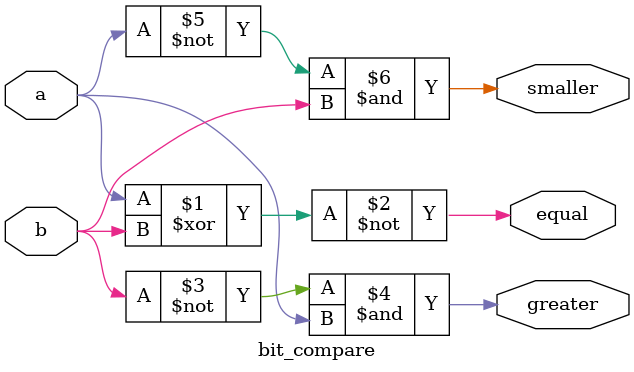
<source format=sv>





module arith_alu(input1, input2, option, answer, cout, neg, zero, overflow);
	parameter N=32;
	
	input [N-1:0] input1, input2;
	input option;
	output [N-1:0] answer;
	output cout, neg, zero, overflow;
	

	reg neg_a = 0;
	reg cout_a = 0;
	reg neg_b = 0;
	reg cout_b = 0;
	reg zero_a = 0;
	reg over_a = 0;
	
	
	reg eq, gr, sm;
	reg eq1, gr1, sm1;
	
	reg [N-1:0] answers;
	reg [N-1:0] answerr;
	reg [N-1:0] answerp;
	
	n_bit_adder U0(.input1(input1), .input2(input2), .answer(answers), .cout(cout_b));
	n_bit_substractor U1(.input1(input1), .input2(input2), .answer(answerr), .neg(neg_b));
	
	always @* begin
	if (option == 0) begin
		answerp = answers;
		cout_a = cout_b;
	end else if (option == 1) begin
		answerp = answerr;
		neg_a = neg_b;
	end
	end
	
	resultado U2(.answerp(answerp), .cout(cout_a), .zero_a(zero_a), .over_a(over_a));
	
	assign answer = answerp;
	assign cout = cout_a;
	assign neg = neg_a;
	assign zero = zero_a;
	assign overflow = over_a;
	
endmodule



module resultado(answerp, cout,zero_a, over_a);
	parameter N=4;
	input [N-1:0] answerp;
	input cout;
	output zero_a, over_a;
	reg zero_b = 0;
	reg over_b = 0;
	
	reg[N-1:0] zero_comp = 4'b0000;
	reg[N-1:0] overflow_comp = 4'b1111;
	reg eq, gr, sm;
	reg eq1, gr1, sm1;
	
	n_bit_compare U2(.a(answerp), .b(zero_comp), .equal(eq), .greater(gr), .smaller(sm));
	n_bit_compare U3(.a(overflow_comp), .b(answerp), .equal(eq1), .greater(gr1), .smaller(sm1));
	
	always @* begin
	if (cout == 0) begin
		zero_b = eq;
		over_b = 0;
	end else begin
		zero_b = 0;
		over_b = eq1;
	end
	end
	
	assign zero_a = zero_b;
	assign over_a = over_b;

endmodule 


module n_bit_substractor(input1, input2, answer, neg);
	parameter N=4;
	input [N-1:0] input1,input2;
   output [N-1:0] answer;
	output neg;
	wire cout;
	reg  neg_assign;
	wire equal, greater, smaller;
	wire eq, gr, sm;
	reg [N-1:0] input1_sub, input2_sub;
	parameter cin = 1;
	
	
	
	n_bit_compare U0(.a(input1), .b(input2), .equal(equal), .greater(greater), .smaller(smaller));
	assign eq = equal;
	assign gr = greater;
	assign sm = smaller;
	always @* begin
	if (sm==1) begin
		input1_sub = input2;
		input2_sub = ~(input1);
		neg_assign = 1;
		
	end else begin
		input1_sub = input1;
		input2_sub = ~(input2);
		neg_assign = 0;
	end
	end
	assign neg = neg_assign;
	n_bit_adder_sub U1(.input1(input1_sub),.input2(input2_sub), .cin(cin), .answer(answer), .cout(cout));
	

endmodule

module n_bit_adder(input1, input2, answer, cout);
	parameter N=4;
	input [N-1:0] input1,input2;
   output [N-1:0] answer;
	output cout;
	parameter cin = 0;
	n_bit_adder_sub U0(.input1(input1),.input2(input2), .cin(cin), .answer(answer), .cout(cout));
	

endmodule

module n_bit_adder_sub(input1,input2, cin, answer, cout);
	parameter N=4;
	input [N-1:0] input1,input2;
	input cin;
   output [N-1:0] answer;
	output cout;
   wire  carry_out;
   wire [N-1:0] carry;
   genvar i;
   generate 
		for(i=0;i<N;i=i+1)
			begin: generate_N_bit_Adder
				if(i==0) 
					full_adder f(input1[0],input2[0],cin,answer[0],carry[0]);
				else
					full_adder f(input1[i],input2[i],carry[i-1],answer[i],carry[i]);
			end
		assign carry_out = carry[N-1];
		assign cout = carry_out;
   endgenerate
endmodule 





module full_adder(x,y,c_in,s,c_out);
   input x,y,c_in;
   output s,c_out;
	assign s = (x^y) ^ c_in;
	assign c_out = (y&c_in)| (x&y) | (x&c_in);
endmodule // full_adder



module n_bit_compare(a,b,equal,greater, smaller);
	
	parameter N=4;
	input [N-1:0] a, b;
	output equal, greater, smaller;
	
	
	assign equal = (a==b);
	assign greater = (a>b);
	assign smaller = (a<b);
	

endmodule


 

module bit_compare(a, b, equal, greater, smaller);
	input a, b;
	output equal, greater, smaller;
	assign equal = ~(a ^ b);
	assign greater = (~b)&a;
	assign smaller = (~a)&b;
	

endmodule
</source>
